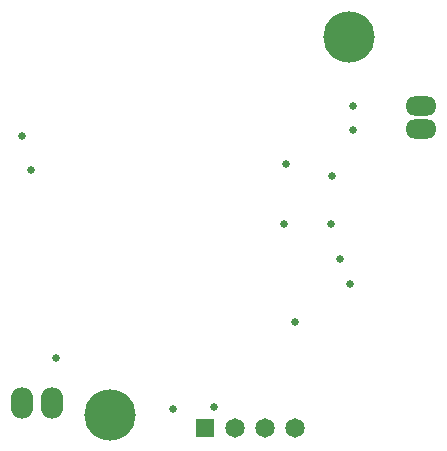
<source format=gbs>
G04*
G04 #@! TF.GenerationSoftware,Altium Limited,Altium Designer,23.3.1 (30)*
G04*
G04 Layer_Color=16711935*
%FSLAX25Y25*%
%MOIN*%
G70*
G04*
G04 #@! TF.SameCoordinates,0C139B8F-EE47-4A66-AA8D-B4512E762C46*
G04*
G04*
G04 #@! TF.FilePolarity,Negative*
G04*
G01*
G75*
%ADD26C,0.17126*%
%ADD27C,0.06496*%
%ADD28R,0.06496X0.06496*%
%ADD29O,0.07480X0.10433*%
%ADD30O,0.10433X0.06496*%
%ADD31C,0.02559*%
D26*
X38500Y12000D02*
D03*
X118000Y138000D02*
D03*
D27*
X100000Y7500D02*
D03*
X90000D02*
D03*
X80000D02*
D03*
D28*
X70000D02*
D03*
D29*
X9000Y16000D02*
D03*
X19000D02*
D03*
D30*
X142000Y107063D02*
D03*
Y114937D02*
D03*
D31*
X112000Y75500D02*
D03*
X115000Y64000D02*
D03*
X118500Y55500D02*
D03*
X112500Y91500D02*
D03*
X100000Y43000D02*
D03*
X96500Y75500D02*
D03*
X73000Y14500D02*
D03*
X12000Y93500D02*
D03*
X59500Y14000D02*
D03*
X9138Y104877D02*
D03*
X20500Y31000D02*
D03*
X119500Y107000D02*
D03*
Y115000D02*
D03*
X97000Y95500D02*
D03*
M02*

</source>
